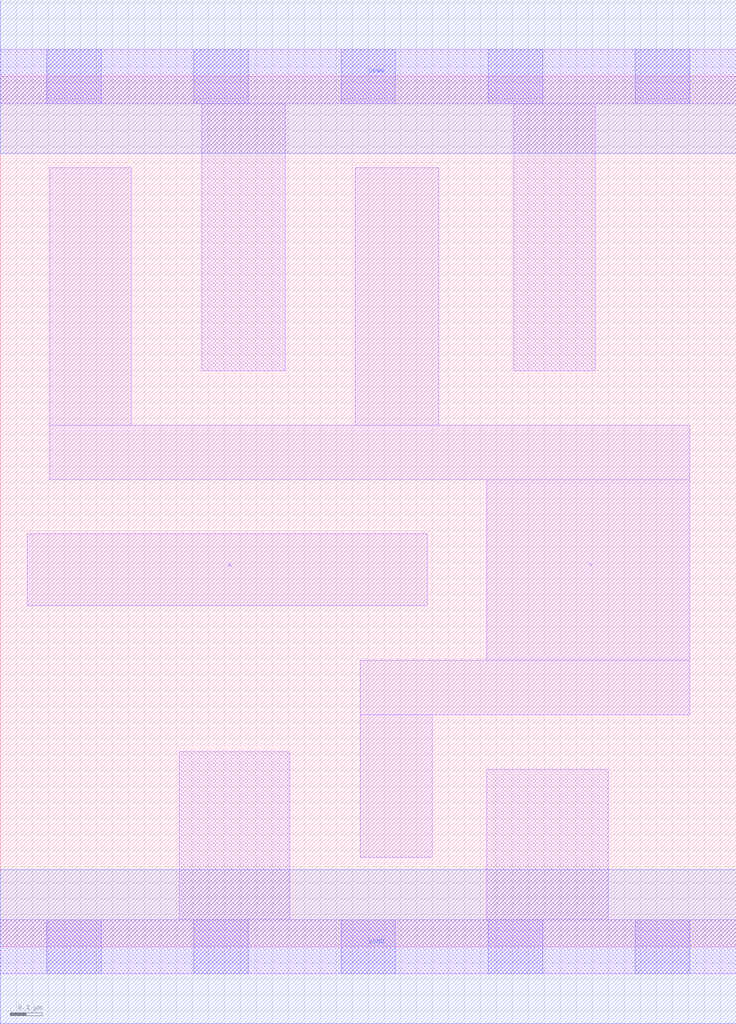
<source format=lef>
# Copyright 2020 The SkyWater PDK Authors
#
# Licensed under the Apache License, Version 2.0 (the "License");
# you may not use this file except in compliance with the License.
# You may obtain a copy of the License at
#
#     https://www.apache.org/licenses/LICENSE-2.0
#
# Unless required by applicable law or agreed to in writing, software
# distributed under the License is distributed on an "AS IS" BASIS,
# WITHOUT WARRANTIES OR CONDITIONS OF ANY KIND, either express or implied.
# See the License for the specific language governing permissions and
# limitations under the License.
#
# SPDX-License-Identifier: Apache-2.0

VERSION 5.7 ;
  NAMESCASESENSITIVE ON ;
  NOWIREEXTENSIONATPIN ON ;
  DIVIDERCHAR "/" ;
  BUSBITCHARS "[]" ;
UNITS
  DATABASE MICRONS 200 ;
END UNITS
PROPERTYDEFINITIONS
  MACRO maskLayoutSubType STRING ;
  MACRO prCellType STRING ;
  MACRO originalViewName STRING ;
END PROPERTYDEFINITIONS
MACRO sky130_fd_sc_hdll__clkinv_2
  CLASS CORE ;
  FOREIGN sky130_fd_sc_hdll__clkinv_2 ;
  ORIGIN  0.000000  0.000000 ;
  SIZE  2.300000 BY  2.720000 ;
  SYMMETRY X Y R90 ;
  SITE unithd ;
  PIN A
    ANTENNAGATEAREA  0.666000 ;
    DIRECTION INPUT ;
    USE SIGNAL ;
    PORT
      LAYER li1 ;
        RECT 0.085000 1.065000 1.335000 1.290000 ;
    END
  END A
  PIN VGND
    ANTENNADIFFAREA  0.241500 ;
    DIRECTION INOUT ;
    USE SIGNAL ;
    PORT
      LAYER met1 ;
        RECT 0.000000 -0.240000 2.300000 0.240000 ;
    END
  END VGND
  PIN VPWR
    ANTENNADIFFAREA  0.575000 ;
    DIRECTION INOUT ;
    USE SIGNAL ;
    PORT
      LAYER met1 ;
        RECT 0.000000 2.480000 2.300000 2.960000 ;
    END
  END VPWR
  PIN Y
    ANTENNADIFFAREA  0.728600 ;
    DIRECTION OUTPUT ;
    USE SIGNAL ;
    PORT
      LAYER li1 ;
        RECT 0.155000 1.460000 2.155000 1.630000 ;
        RECT 0.155000 1.630000 0.410000 2.435000 ;
        RECT 1.110000 1.630000 1.370000 2.435000 ;
        RECT 1.125000 0.280000 1.350000 0.725000 ;
        RECT 1.125000 0.725000 2.155000 0.895000 ;
        RECT 1.520000 0.895000 2.155000 1.460000 ;
    END
  END Y
  OBS
    LAYER li1 ;
      RECT 0.000000 -0.085000 2.300000 0.085000 ;
      RECT 0.000000  2.635000 2.300000 2.805000 ;
      RECT 0.560000  0.085000 0.905000 0.610000 ;
      RECT 0.630000  1.800000 0.890000 2.635000 ;
      RECT 1.520000  0.085000 1.900000 0.555000 ;
      RECT 1.605000  1.800000 1.860000 2.635000 ;
    LAYER mcon ;
      RECT 0.145000 -0.085000 0.315000 0.085000 ;
      RECT 0.145000  2.635000 0.315000 2.805000 ;
      RECT 0.605000 -0.085000 0.775000 0.085000 ;
      RECT 0.605000  2.635000 0.775000 2.805000 ;
      RECT 1.065000 -0.085000 1.235000 0.085000 ;
      RECT 1.065000  2.635000 1.235000 2.805000 ;
      RECT 1.525000 -0.085000 1.695000 0.085000 ;
      RECT 1.525000  2.635000 1.695000 2.805000 ;
      RECT 1.985000 -0.085000 2.155000 0.085000 ;
      RECT 1.985000  2.635000 2.155000 2.805000 ;
  END
  PROPERTY maskLayoutSubType "abstract" ;
  PROPERTY prCellType "standard" ;
  PROPERTY originalViewName "layout" ;
END sky130_fd_sc_hdll__clkinv_2

</source>
